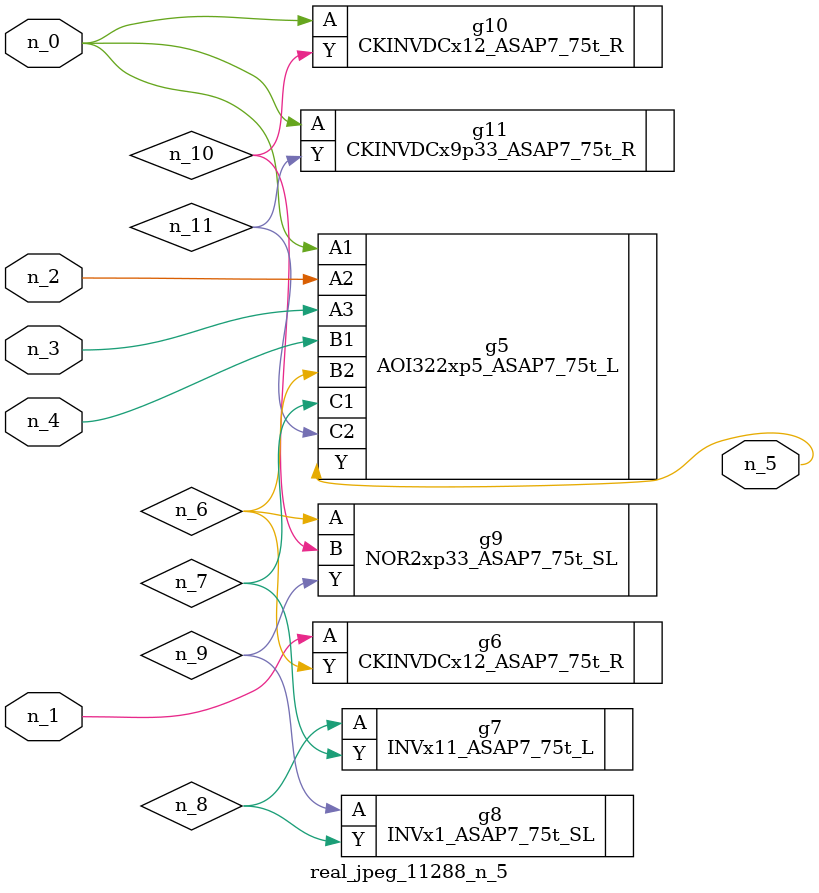
<source format=v>
module real_jpeg_11288_n_5 (n_4, n_0, n_1, n_2, n_3, n_5);

input n_4;
input n_0;
input n_1;
input n_2;
input n_3;

output n_5;

wire n_8;
wire n_11;
wire n_6;
wire n_7;
wire n_10;
wire n_9;

AOI322xp5_ASAP7_75t_L g5 ( 
.A1(n_0),
.A2(n_2),
.A3(n_3),
.B1(n_4),
.B2(n_6),
.C1(n_7),
.C2(n_11),
.Y(n_5)
);

CKINVDCx12_ASAP7_75t_R g10 ( 
.A(n_0),
.Y(n_10)
);

CKINVDCx9p33_ASAP7_75t_R g11 ( 
.A(n_0),
.Y(n_11)
);

CKINVDCx12_ASAP7_75t_R g6 ( 
.A(n_1),
.Y(n_6)
);

NOR2xp33_ASAP7_75t_SL g9 ( 
.A(n_6),
.B(n_10),
.Y(n_9)
);

INVx11_ASAP7_75t_L g7 ( 
.A(n_8),
.Y(n_7)
);

INVx1_ASAP7_75t_SL g8 ( 
.A(n_9),
.Y(n_8)
);


endmodule
</source>
